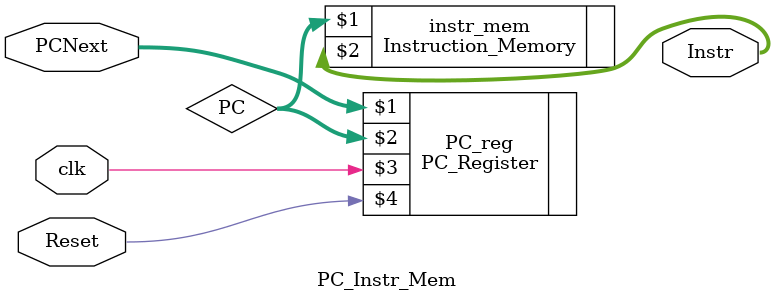
<source format=v>
`timescale 1ns / 1ps


module PC_Instr_Mem(
input [31:0]PCNext,
output [31:0] Instr,
input clk,
input Reset
    );

wire [31:0] PC;

PC_Register PC_reg(PCNext, PC, clk, Reset);
Instruction_Memory instr_mem(PC, Instr);

endmodule

</source>
